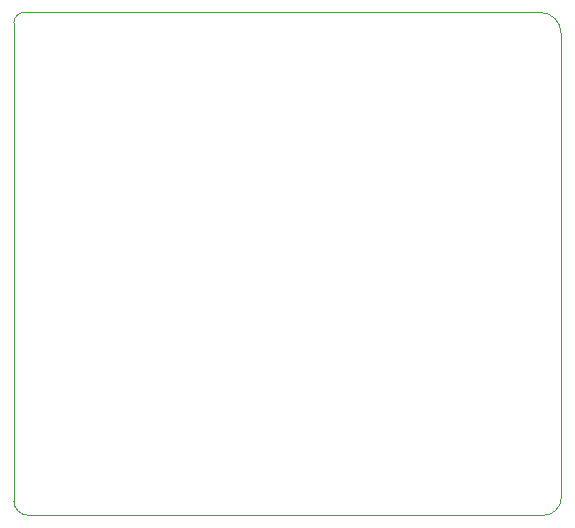
<source format=gbr>
G04*
G04 #@! TF.GenerationSoftware,Altium Limited,Altium Designer,24.7.2 (38)*
G04*
G04 Layer_Color=0*
%FSLAX44Y44*%
%MOMM*%
G71*
G04*
G04 #@! TF.SameCoordinates,DA7644E0-93A3-41EC-BC17-E7A0BFE8D910*
G04*
G04*
G04 #@! TF.FilePolarity,Positive*
G04*
G01*
G75*
%ADD42C,0.0254*%
D42*
X10922Y-1274D02*
G02*
X-1270Y10918I0J12192D01*
G01*
X-1274Y11430D01*
Y415798D01*
D02*
G02*
X7362Y424434I8636J0D01*
G01*
X7366Y424438D01*
X444500D01*
D02*
G02*
X462026Y406912I0J-17526D01*
G01*
X462158Y406400D01*
Y13716D01*
D02*
G02*
X447172Y-1270I-14986J-0D01*
G01*
X446532Y-1274D01*
X10922D01*
M02*

</source>
